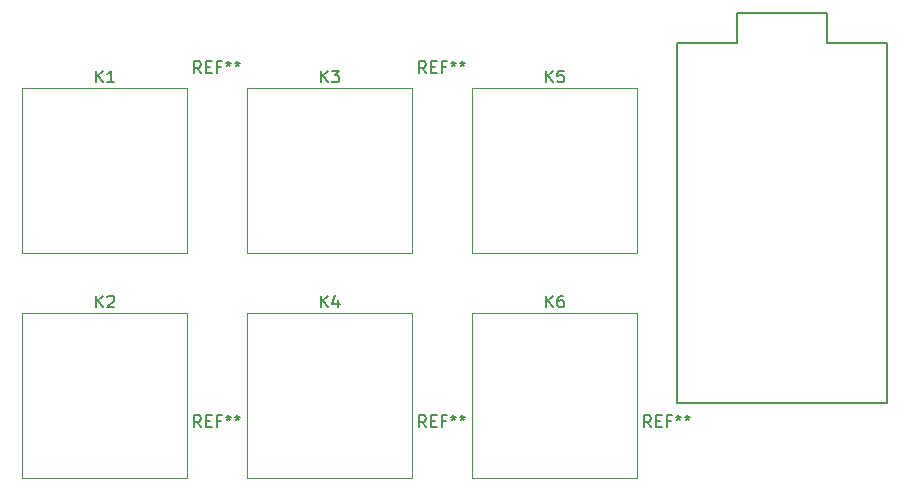
<source format=gto>
%TF.GenerationSoftware,KiCad,Pcbnew,(6.0.4)*%
%TF.CreationDate,2022-04-14T11:49:59+05:30*%
%TF.ProjectId,6keymacro,366b6579-6d61-4637-926f-2e6b69636164,rev?*%
%TF.SameCoordinates,Original*%
%TF.FileFunction,Legend,Top*%
%TF.FilePolarity,Positive*%
%FSLAX46Y46*%
G04 Gerber Fmt 4.6, Leading zero omitted, Abs format (unit mm)*
G04 Created by KiCad (PCBNEW (6.0.4)) date 2022-04-14 11:49:59*
%MOMM*%
%LPD*%
G01*
G04 APERTURE LIST*
%ADD10C,0.150000*%
%ADD11C,0.120000*%
G04 APERTURE END LIST*
D10*
%TO.C,REF\u002A\u002A*%
X162750666Y-74468380D02*
X162417333Y-73992190D01*
X162179238Y-74468380D02*
X162179238Y-73468380D01*
X162560190Y-73468380D01*
X162655428Y-73516000D01*
X162703047Y-73563619D01*
X162750666Y-73658857D01*
X162750666Y-73801714D01*
X162703047Y-73896952D01*
X162655428Y-73944571D01*
X162560190Y-73992190D01*
X162179238Y-73992190D01*
X163179238Y-73944571D02*
X163512571Y-73944571D01*
X163655428Y-74468380D02*
X163179238Y-74468380D01*
X163179238Y-73468380D01*
X163655428Y-73468380D01*
X164417333Y-73944571D02*
X164084000Y-73944571D01*
X164084000Y-74468380D02*
X164084000Y-73468380D01*
X164560190Y-73468380D01*
X165084000Y-73468380D02*
X165084000Y-73706476D01*
X164845904Y-73611238D02*
X165084000Y-73706476D01*
X165322095Y-73611238D01*
X164941142Y-73896952D02*
X165084000Y-73706476D01*
X165226857Y-73896952D01*
X165845904Y-73468380D02*
X165845904Y-73706476D01*
X165607809Y-73611238D02*
X165845904Y-73706476D01*
X166084000Y-73611238D01*
X165703047Y-73896952D02*
X165845904Y-73706476D01*
X165988761Y-73896952D01*
X124650666Y-74468380D02*
X124317333Y-73992190D01*
X124079238Y-74468380D02*
X124079238Y-73468380D01*
X124460190Y-73468380D01*
X124555428Y-73516000D01*
X124603047Y-73563619D01*
X124650666Y-73658857D01*
X124650666Y-73801714D01*
X124603047Y-73896952D01*
X124555428Y-73944571D01*
X124460190Y-73992190D01*
X124079238Y-73992190D01*
X125079238Y-73944571D02*
X125412571Y-73944571D01*
X125555428Y-74468380D02*
X125079238Y-74468380D01*
X125079238Y-73468380D01*
X125555428Y-73468380D01*
X126317333Y-73944571D02*
X125984000Y-73944571D01*
X125984000Y-74468380D02*
X125984000Y-73468380D01*
X126460190Y-73468380D01*
X126984000Y-73468380D02*
X126984000Y-73706476D01*
X126745904Y-73611238D02*
X126984000Y-73706476D01*
X127222095Y-73611238D01*
X126841142Y-73896952D02*
X126984000Y-73706476D01*
X127126857Y-73896952D01*
X127745904Y-73468380D02*
X127745904Y-73706476D01*
X127507809Y-73611238D02*
X127745904Y-73706476D01*
X127984000Y-73611238D01*
X127603047Y-73896952D02*
X127745904Y-73706476D01*
X127888761Y-73896952D01*
X143700666Y-74468380D02*
X143367333Y-73992190D01*
X143129238Y-74468380D02*
X143129238Y-73468380D01*
X143510190Y-73468380D01*
X143605428Y-73516000D01*
X143653047Y-73563619D01*
X143700666Y-73658857D01*
X143700666Y-73801714D01*
X143653047Y-73896952D01*
X143605428Y-73944571D01*
X143510190Y-73992190D01*
X143129238Y-73992190D01*
X144129238Y-73944571D02*
X144462571Y-73944571D01*
X144605428Y-74468380D02*
X144129238Y-74468380D01*
X144129238Y-73468380D01*
X144605428Y-73468380D01*
X145367333Y-73944571D02*
X145034000Y-73944571D01*
X145034000Y-74468380D02*
X145034000Y-73468380D01*
X145510190Y-73468380D01*
X146034000Y-73468380D02*
X146034000Y-73706476D01*
X145795904Y-73611238D02*
X146034000Y-73706476D01*
X146272095Y-73611238D01*
X145891142Y-73896952D02*
X146034000Y-73706476D01*
X146176857Y-73896952D01*
X146795904Y-73468380D02*
X146795904Y-73706476D01*
X146557809Y-73611238D02*
X146795904Y-73706476D01*
X147034000Y-73611238D01*
X146653047Y-73896952D02*
X146795904Y-73706476D01*
X146938761Y-73896952D01*
X143700666Y-44496380D02*
X143367333Y-44020190D01*
X143129238Y-44496380D02*
X143129238Y-43496380D01*
X143510190Y-43496380D01*
X143605428Y-43544000D01*
X143653047Y-43591619D01*
X143700666Y-43686857D01*
X143700666Y-43829714D01*
X143653047Y-43924952D01*
X143605428Y-43972571D01*
X143510190Y-44020190D01*
X143129238Y-44020190D01*
X144129238Y-43972571D02*
X144462571Y-43972571D01*
X144605428Y-44496380D02*
X144129238Y-44496380D01*
X144129238Y-43496380D01*
X144605428Y-43496380D01*
X145367333Y-43972571D02*
X145034000Y-43972571D01*
X145034000Y-44496380D02*
X145034000Y-43496380D01*
X145510190Y-43496380D01*
X146034000Y-43496380D02*
X146034000Y-43734476D01*
X145795904Y-43639238D02*
X146034000Y-43734476D01*
X146272095Y-43639238D01*
X145891142Y-43924952D02*
X146034000Y-43734476D01*
X146176857Y-43924952D01*
X146795904Y-43496380D02*
X146795904Y-43734476D01*
X146557809Y-43639238D02*
X146795904Y-43734476D01*
X147034000Y-43639238D01*
X146653047Y-43924952D02*
X146795904Y-43734476D01*
X146938761Y-43924952D01*
X124650666Y-44496380D02*
X124317333Y-44020190D01*
X124079238Y-44496380D02*
X124079238Y-43496380D01*
X124460190Y-43496380D01*
X124555428Y-43544000D01*
X124603047Y-43591619D01*
X124650666Y-43686857D01*
X124650666Y-43829714D01*
X124603047Y-43924952D01*
X124555428Y-43972571D01*
X124460190Y-44020190D01*
X124079238Y-44020190D01*
X125079238Y-43972571D02*
X125412571Y-43972571D01*
X125555428Y-44496380D02*
X125079238Y-44496380D01*
X125079238Y-43496380D01*
X125555428Y-43496380D01*
X126317333Y-43972571D02*
X125984000Y-43972571D01*
X125984000Y-44496380D02*
X125984000Y-43496380D01*
X126460190Y-43496380D01*
X126984000Y-43496380D02*
X126984000Y-43734476D01*
X126745904Y-43639238D02*
X126984000Y-43734476D01*
X127222095Y-43639238D01*
X126841142Y-43924952D02*
X126984000Y-43734476D01*
X127126857Y-43924952D01*
X127745904Y-43496380D02*
X127745904Y-43734476D01*
X127507809Y-43639238D02*
X127745904Y-43734476D01*
X127984000Y-43639238D01*
X127603047Y-43924952D02*
X127745904Y-43734476D01*
X127888761Y-43924952D01*
%TO.C,K5*%
X153884404Y-45283380D02*
X153884404Y-44283380D01*
X154455833Y-45283380D02*
X154027261Y-44711952D01*
X154455833Y-44283380D02*
X153884404Y-44854809D01*
X155360595Y-44283380D02*
X154884404Y-44283380D01*
X154836785Y-44759571D01*
X154884404Y-44711952D01*
X154979642Y-44664333D01*
X155217738Y-44664333D01*
X155312976Y-44711952D01*
X155360595Y-44759571D01*
X155408214Y-44854809D01*
X155408214Y-45092904D01*
X155360595Y-45188142D01*
X155312976Y-45235761D01*
X155217738Y-45283380D01*
X154979642Y-45283380D01*
X154884404Y-45235761D01*
X154836785Y-45188142D01*
%TO.C,K4*%
X134834404Y-64333380D02*
X134834404Y-63333380D01*
X135405833Y-64333380D02*
X134977261Y-63761952D01*
X135405833Y-63333380D02*
X134834404Y-63904809D01*
X136262976Y-63666714D02*
X136262976Y-64333380D01*
X136024880Y-63285761D02*
X135786785Y-64000047D01*
X136405833Y-64000047D01*
%TO.C,K1*%
X115784404Y-45283380D02*
X115784404Y-44283380D01*
X116355833Y-45283380D02*
X115927261Y-44711952D01*
X116355833Y-44283380D02*
X115784404Y-44854809D01*
X117308214Y-45283380D02*
X116736785Y-45283380D01*
X117022500Y-45283380D02*
X117022500Y-44283380D01*
X116927261Y-44426238D01*
X116832023Y-44521476D01*
X116736785Y-44569095D01*
%TO.C,K2*%
X115784404Y-64333380D02*
X115784404Y-63333380D01*
X116355833Y-64333380D02*
X115927261Y-63761952D01*
X116355833Y-63333380D02*
X115784404Y-63904809D01*
X116736785Y-63428619D02*
X116784404Y-63381000D01*
X116879642Y-63333380D01*
X117117738Y-63333380D01*
X117212976Y-63381000D01*
X117260595Y-63428619D01*
X117308214Y-63523857D01*
X117308214Y-63619095D01*
X117260595Y-63761952D01*
X116689166Y-64333380D01*
X117308214Y-64333380D01*
%TO.C,K3*%
X134834404Y-45283380D02*
X134834404Y-44283380D01*
X135405833Y-45283380D02*
X134977261Y-44711952D01*
X135405833Y-44283380D02*
X134834404Y-44854809D01*
X135739166Y-44283380D02*
X136358214Y-44283380D01*
X136024880Y-44664333D01*
X136167738Y-44664333D01*
X136262976Y-44711952D01*
X136310595Y-44759571D01*
X136358214Y-44854809D01*
X136358214Y-45092904D01*
X136310595Y-45188142D01*
X136262976Y-45235761D01*
X136167738Y-45283380D01*
X135882023Y-45283380D01*
X135786785Y-45235761D01*
X135739166Y-45188142D01*
%TO.C,K6*%
X153884404Y-64333380D02*
X153884404Y-63333380D01*
X154455833Y-64333380D02*
X154027261Y-63761952D01*
X154455833Y-63333380D02*
X153884404Y-63904809D01*
X155312976Y-63333380D02*
X155122500Y-63333380D01*
X155027261Y-63381000D01*
X154979642Y-63428619D01*
X154884404Y-63571476D01*
X154836785Y-63761952D01*
X154836785Y-64142904D01*
X154884404Y-64238142D01*
X154932023Y-64285761D01*
X155027261Y-64333380D01*
X155217738Y-64333380D01*
X155312976Y-64285761D01*
X155360595Y-64238142D01*
X155408214Y-64142904D01*
X155408214Y-63904809D01*
X155360595Y-63809571D01*
X155312976Y-63761952D01*
X155217738Y-63714333D01*
X155027261Y-63714333D01*
X154932023Y-63761952D01*
X154884404Y-63809571D01*
X154836785Y-63904809D01*
D11*
%TO.C,K5*%
X147637500Y-45720000D02*
X161607500Y-45720000D01*
X161607500Y-45720000D02*
X161607500Y-59690000D01*
X147637500Y-59690000D02*
X147637500Y-45720000D01*
X161607500Y-59690000D02*
X147637500Y-59690000D01*
%TO.C,K4*%
X142557500Y-64770000D02*
X142557500Y-78740000D01*
X142557500Y-78740000D02*
X128587500Y-78740000D01*
X128587500Y-64770000D02*
X142557500Y-64770000D01*
X128587500Y-78740000D02*
X128587500Y-64770000D01*
%TO.C,K1*%
X123507500Y-45720000D02*
X123507500Y-59690000D01*
X109537500Y-45720000D02*
X123507500Y-45720000D01*
X109537500Y-59690000D02*
X109537500Y-45720000D01*
X123507500Y-59690000D02*
X109537500Y-59690000D01*
%TO.C,K2*%
X109537500Y-78740000D02*
X109537500Y-64770000D01*
X109537500Y-64770000D02*
X123507500Y-64770000D01*
X123507500Y-78740000D02*
X109537500Y-78740000D01*
X123507500Y-64770000D02*
X123507500Y-78740000D01*
%TO.C,K3*%
X142557500Y-59690000D02*
X128587500Y-59690000D01*
X128587500Y-59690000D02*
X128587500Y-45720000D01*
X128587500Y-45720000D02*
X142557500Y-45720000D01*
X142557500Y-45720000D02*
X142557500Y-59690000D01*
%TO.C,K6*%
X147637500Y-78740000D02*
X147637500Y-64770000D01*
X161607500Y-78740000D02*
X147637500Y-78740000D01*
X147637500Y-64770000D02*
X161607500Y-64770000D01*
X161607500Y-64770000D02*
X161607500Y-78740000D01*
D10*
%TO.C,U1*%
X182721250Y-41910000D02*
X177641250Y-41910000D01*
X177641250Y-41910000D02*
X177641250Y-39370000D01*
X182721250Y-72390000D02*
X182721250Y-41910000D01*
X177641250Y-39370000D02*
X170021250Y-39370000D01*
X170021250Y-39370000D02*
X170021250Y-41910000D01*
X164941250Y-72390000D02*
X182721250Y-72390000D01*
X170021250Y-41910000D02*
X164941250Y-41910000D01*
X164941250Y-41910000D02*
X164941250Y-72390000D01*
%TD*%
M02*

</source>
